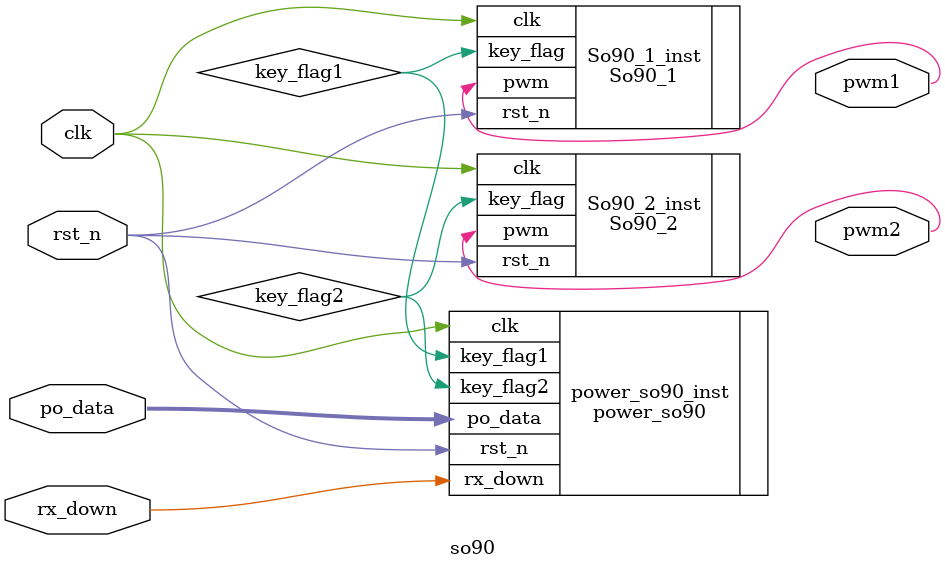
<source format=v>
module so90( clk,
	rst_n,
	po_data,
	rx_down,
	pwm1,
	pwm2
    );

input clk;
input rst_n;
input [7:0]po_data;
input rx_down;
output pwm1;
output pwm2;	

wire key_flag1;	
wire key_flag2;

So90_1  So90_1_inst( 
    .clk(clk),
	.rst_n(rst_n),
	.key_flag(key_flag1),
	.pwm(pwm1)
    );
 
So90_2  So90_2_inst( 
    .clk(clk),
	.rst_n(rst_n),
	.key_flag(key_flag2),
	.pwm(pwm2)
    );
	
power_so90  power_so90_inst(
    .clk(clk),
	.rst_n(rst_n),
	.po_data(po_data),
	.rx_down(rx_down),
	.key_flag1(key_flag1),
	.key_flag2(key_flag2)
    );


endmodule

</source>
